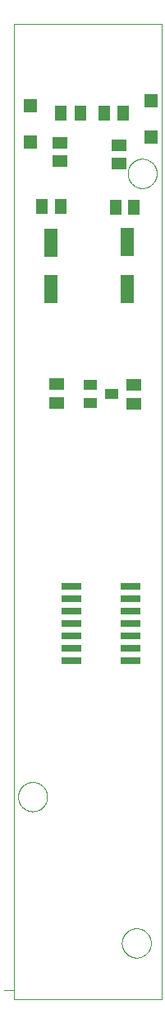
<source format=gbp>
G75*
%MOIN*%
%OFA0B0*%
%FSLAX25Y25*%
%IPPOS*%
%LPD*%
%AMOC8*
5,1,8,0,0,1.08239X$1,22.5*
%
%ADD10C,0.00000*%
%ADD11R,0.05512X0.11811*%
%ADD12R,0.05118X0.06299*%
%ADD13R,0.05118X0.05906*%
%ADD14R,0.05512X0.05512*%
%ADD15R,0.08000X0.02600*%
%ADD16R,0.05906X0.05118*%
%ADD17R,0.05512X0.03937*%
D10*
X0065737Y0017548D02*
X0069674Y0017548D01*
X0069713Y0013611D02*
X0069713Y0407312D01*
X0129713Y0407312D01*
X0129713Y0013611D01*
X0069713Y0013611D01*
X0071485Y0095501D02*
X0071487Y0095654D01*
X0071493Y0095808D01*
X0071503Y0095961D01*
X0071517Y0096113D01*
X0071535Y0096266D01*
X0071557Y0096417D01*
X0071582Y0096568D01*
X0071612Y0096719D01*
X0071646Y0096869D01*
X0071683Y0097017D01*
X0071724Y0097165D01*
X0071769Y0097311D01*
X0071818Y0097457D01*
X0071871Y0097601D01*
X0071927Y0097743D01*
X0071987Y0097884D01*
X0072051Y0098024D01*
X0072118Y0098162D01*
X0072189Y0098298D01*
X0072264Y0098432D01*
X0072341Y0098564D01*
X0072423Y0098694D01*
X0072507Y0098822D01*
X0072595Y0098948D01*
X0072686Y0099071D01*
X0072780Y0099192D01*
X0072878Y0099310D01*
X0072978Y0099426D01*
X0073082Y0099539D01*
X0073188Y0099650D01*
X0073297Y0099758D01*
X0073409Y0099863D01*
X0073523Y0099964D01*
X0073641Y0100063D01*
X0073760Y0100159D01*
X0073882Y0100252D01*
X0074007Y0100341D01*
X0074134Y0100428D01*
X0074263Y0100510D01*
X0074394Y0100590D01*
X0074527Y0100666D01*
X0074662Y0100739D01*
X0074799Y0100808D01*
X0074938Y0100873D01*
X0075078Y0100935D01*
X0075220Y0100993D01*
X0075363Y0101048D01*
X0075508Y0101099D01*
X0075654Y0101146D01*
X0075801Y0101189D01*
X0075949Y0101228D01*
X0076098Y0101264D01*
X0076248Y0101295D01*
X0076399Y0101323D01*
X0076550Y0101347D01*
X0076703Y0101367D01*
X0076855Y0101383D01*
X0077008Y0101395D01*
X0077161Y0101403D01*
X0077314Y0101407D01*
X0077468Y0101407D01*
X0077621Y0101403D01*
X0077774Y0101395D01*
X0077927Y0101383D01*
X0078079Y0101367D01*
X0078232Y0101347D01*
X0078383Y0101323D01*
X0078534Y0101295D01*
X0078684Y0101264D01*
X0078833Y0101228D01*
X0078981Y0101189D01*
X0079128Y0101146D01*
X0079274Y0101099D01*
X0079419Y0101048D01*
X0079562Y0100993D01*
X0079704Y0100935D01*
X0079844Y0100873D01*
X0079983Y0100808D01*
X0080120Y0100739D01*
X0080255Y0100666D01*
X0080388Y0100590D01*
X0080519Y0100510D01*
X0080648Y0100428D01*
X0080775Y0100341D01*
X0080900Y0100252D01*
X0081022Y0100159D01*
X0081141Y0100063D01*
X0081259Y0099964D01*
X0081373Y0099863D01*
X0081485Y0099758D01*
X0081594Y0099650D01*
X0081700Y0099539D01*
X0081804Y0099426D01*
X0081904Y0099310D01*
X0082002Y0099192D01*
X0082096Y0099071D01*
X0082187Y0098948D01*
X0082275Y0098822D01*
X0082359Y0098694D01*
X0082441Y0098564D01*
X0082518Y0098432D01*
X0082593Y0098298D01*
X0082664Y0098162D01*
X0082731Y0098024D01*
X0082795Y0097884D01*
X0082855Y0097743D01*
X0082911Y0097601D01*
X0082964Y0097457D01*
X0083013Y0097311D01*
X0083058Y0097165D01*
X0083099Y0097017D01*
X0083136Y0096869D01*
X0083170Y0096719D01*
X0083200Y0096568D01*
X0083225Y0096417D01*
X0083247Y0096266D01*
X0083265Y0096113D01*
X0083279Y0095961D01*
X0083289Y0095808D01*
X0083295Y0095654D01*
X0083297Y0095501D01*
X0083295Y0095348D01*
X0083289Y0095194D01*
X0083279Y0095041D01*
X0083265Y0094889D01*
X0083247Y0094736D01*
X0083225Y0094585D01*
X0083200Y0094434D01*
X0083170Y0094283D01*
X0083136Y0094133D01*
X0083099Y0093985D01*
X0083058Y0093837D01*
X0083013Y0093691D01*
X0082964Y0093545D01*
X0082911Y0093401D01*
X0082855Y0093259D01*
X0082795Y0093118D01*
X0082731Y0092978D01*
X0082664Y0092840D01*
X0082593Y0092704D01*
X0082518Y0092570D01*
X0082441Y0092438D01*
X0082359Y0092308D01*
X0082275Y0092180D01*
X0082187Y0092054D01*
X0082096Y0091931D01*
X0082002Y0091810D01*
X0081904Y0091692D01*
X0081804Y0091576D01*
X0081700Y0091463D01*
X0081594Y0091352D01*
X0081485Y0091244D01*
X0081373Y0091139D01*
X0081259Y0091038D01*
X0081141Y0090939D01*
X0081022Y0090843D01*
X0080900Y0090750D01*
X0080775Y0090661D01*
X0080648Y0090574D01*
X0080519Y0090492D01*
X0080388Y0090412D01*
X0080255Y0090336D01*
X0080120Y0090263D01*
X0079983Y0090194D01*
X0079844Y0090129D01*
X0079704Y0090067D01*
X0079562Y0090009D01*
X0079419Y0089954D01*
X0079274Y0089903D01*
X0079128Y0089856D01*
X0078981Y0089813D01*
X0078833Y0089774D01*
X0078684Y0089738D01*
X0078534Y0089707D01*
X0078383Y0089679D01*
X0078232Y0089655D01*
X0078079Y0089635D01*
X0077927Y0089619D01*
X0077774Y0089607D01*
X0077621Y0089599D01*
X0077468Y0089595D01*
X0077314Y0089595D01*
X0077161Y0089599D01*
X0077008Y0089607D01*
X0076855Y0089619D01*
X0076703Y0089635D01*
X0076550Y0089655D01*
X0076399Y0089679D01*
X0076248Y0089707D01*
X0076098Y0089738D01*
X0075949Y0089774D01*
X0075801Y0089813D01*
X0075654Y0089856D01*
X0075508Y0089903D01*
X0075363Y0089954D01*
X0075220Y0090009D01*
X0075078Y0090067D01*
X0074938Y0090129D01*
X0074799Y0090194D01*
X0074662Y0090263D01*
X0074527Y0090336D01*
X0074394Y0090412D01*
X0074263Y0090492D01*
X0074134Y0090574D01*
X0074007Y0090661D01*
X0073882Y0090750D01*
X0073760Y0090843D01*
X0073641Y0090939D01*
X0073523Y0091038D01*
X0073409Y0091139D01*
X0073297Y0091244D01*
X0073188Y0091352D01*
X0073082Y0091463D01*
X0072978Y0091576D01*
X0072878Y0091692D01*
X0072780Y0091810D01*
X0072686Y0091931D01*
X0072595Y0092054D01*
X0072507Y0092180D01*
X0072423Y0092308D01*
X0072341Y0092438D01*
X0072264Y0092570D01*
X0072189Y0092704D01*
X0072118Y0092840D01*
X0072051Y0092978D01*
X0071987Y0093118D01*
X0071927Y0093259D01*
X0071871Y0093401D01*
X0071818Y0093545D01*
X0071769Y0093691D01*
X0071724Y0093837D01*
X0071683Y0093985D01*
X0071646Y0094133D01*
X0071612Y0094283D01*
X0071582Y0094434D01*
X0071557Y0094585D01*
X0071535Y0094736D01*
X0071517Y0094889D01*
X0071503Y0095041D01*
X0071493Y0095194D01*
X0071487Y0095348D01*
X0071485Y0095501D01*
X0113611Y0036446D02*
X0113613Y0036599D01*
X0113619Y0036753D01*
X0113629Y0036906D01*
X0113643Y0037058D01*
X0113661Y0037211D01*
X0113683Y0037362D01*
X0113708Y0037513D01*
X0113738Y0037664D01*
X0113772Y0037814D01*
X0113809Y0037962D01*
X0113850Y0038110D01*
X0113895Y0038256D01*
X0113944Y0038402D01*
X0113997Y0038546D01*
X0114053Y0038688D01*
X0114113Y0038829D01*
X0114177Y0038969D01*
X0114244Y0039107D01*
X0114315Y0039243D01*
X0114390Y0039377D01*
X0114467Y0039509D01*
X0114549Y0039639D01*
X0114633Y0039767D01*
X0114721Y0039893D01*
X0114812Y0040016D01*
X0114906Y0040137D01*
X0115004Y0040255D01*
X0115104Y0040371D01*
X0115208Y0040484D01*
X0115314Y0040595D01*
X0115423Y0040703D01*
X0115535Y0040808D01*
X0115649Y0040909D01*
X0115767Y0041008D01*
X0115886Y0041104D01*
X0116008Y0041197D01*
X0116133Y0041286D01*
X0116260Y0041373D01*
X0116389Y0041455D01*
X0116520Y0041535D01*
X0116653Y0041611D01*
X0116788Y0041684D01*
X0116925Y0041753D01*
X0117064Y0041818D01*
X0117204Y0041880D01*
X0117346Y0041938D01*
X0117489Y0041993D01*
X0117634Y0042044D01*
X0117780Y0042091D01*
X0117927Y0042134D01*
X0118075Y0042173D01*
X0118224Y0042209D01*
X0118374Y0042240D01*
X0118525Y0042268D01*
X0118676Y0042292D01*
X0118829Y0042312D01*
X0118981Y0042328D01*
X0119134Y0042340D01*
X0119287Y0042348D01*
X0119440Y0042352D01*
X0119594Y0042352D01*
X0119747Y0042348D01*
X0119900Y0042340D01*
X0120053Y0042328D01*
X0120205Y0042312D01*
X0120358Y0042292D01*
X0120509Y0042268D01*
X0120660Y0042240D01*
X0120810Y0042209D01*
X0120959Y0042173D01*
X0121107Y0042134D01*
X0121254Y0042091D01*
X0121400Y0042044D01*
X0121545Y0041993D01*
X0121688Y0041938D01*
X0121830Y0041880D01*
X0121970Y0041818D01*
X0122109Y0041753D01*
X0122246Y0041684D01*
X0122381Y0041611D01*
X0122514Y0041535D01*
X0122645Y0041455D01*
X0122774Y0041373D01*
X0122901Y0041286D01*
X0123026Y0041197D01*
X0123148Y0041104D01*
X0123267Y0041008D01*
X0123385Y0040909D01*
X0123499Y0040808D01*
X0123611Y0040703D01*
X0123720Y0040595D01*
X0123826Y0040484D01*
X0123930Y0040371D01*
X0124030Y0040255D01*
X0124128Y0040137D01*
X0124222Y0040016D01*
X0124313Y0039893D01*
X0124401Y0039767D01*
X0124485Y0039639D01*
X0124567Y0039509D01*
X0124644Y0039377D01*
X0124719Y0039243D01*
X0124790Y0039107D01*
X0124857Y0038969D01*
X0124921Y0038829D01*
X0124981Y0038688D01*
X0125037Y0038546D01*
X0125090Y0038402D01*
X0125139Y0038256D01*
X0125184Y0038110D01*
X0125225Y0037962D01*
X0125262Y0037814D01*
X0125296Y0037664D01*
X0125326Y0037513D01*
X0125351Y0037362D01*
X0125373Y0037211D01*
X0125391Y0037058D01*
X0125405Y0036906D01*
X0125415Y0036753D01*
X0125421Y0036599D01*
X0125423Y0036446D01*
X0125421Y0036293D01*
X0125415Y0036139D01*
X0125405Y0035986D01*
X0125391Y0035834D01*
X0125373Y0035681D01*
X0125351Y0035530D01*
X0125326Y0035379D01*
X0125296Y0035228D01*
X0125262Y0035078D01*
X0125225Y0034930D01*
X0125184Y0034782D01*
X0125139Y0034636D01*
X0125090Y0034490D01*
X0125037Y0034346D01*
X0124981Y0034204D01*
X0124921Y0034063D01*
X0124857Y0033923D01*
X0124790Y0033785D01*
X0124719Y0033649D01*
X0124644Y0033515D01*
X0124567Y0033383D01*
X0124485Y0033253D01*
X0124401Y0033125D01*
X0124313Y0032999D01*
X0124222Y0032876D01*
X0124128Y0032755D01*
X0124030Y0032637D01*
X0123930Y0032521D01*
X0123826Y0032408D01*
X0123720Y0032297D01*
X0123611Y0032189D01*
X0123499Y0032084D01*
X0123385Y0031983D01*
X0123267Y0031884D01*
X0123148Y0031788D01*
X0123026Y0031695D01*
X0122901Y0031606D01*
X0122774Y0031519D01*
X0122645Y0031437D01*
X0122514Y0031357D01*
X0122381Y0031281D01*
X0122246Y0031208D01*
X0122109Y0031139D01*
X0121970Y0031074D01*
X0121830Y0031012D01*
X0121688Y0030954D01*
X0121545Y0030899D01*
X0121400Y0030848D01*
X0121254Y0030801D01*
X0121107Y0030758D01*
X0120959Y0030719D01*
X0120810Y0030683D01*
X0120660Y0030652D01*
X0120509Y0030624D01*
X0120358Y0030600D01*
X0120205Y0030580D01*
X0120053Y0030564D01*
X0119900Y0030552D01*
X0119747Y0030544D01*
X0119594Y0030540D01*
X0119440Y0030540D01*
X0119287Y0030544D01*
X0119134Y0030552D01*
X0118981Y0030564D01*
X0118829Y0030580D01*
X0118676Y0030600D01*
X0118525Y0030624D01*
X0118374Y0030652D01*
X0118224Y0030683D01*
X0118075Y0030719D01*
X0117927Y0030758D01*
X0117780Y0030801D01*
X0117634Y0030848D01*
X0117489Y0030899D01*
X0117346Y0030954D01*
X0117204Y0031012D01*
X0117064Y0031074D01*
X0116925Y0031139D01*
X0116788Y0031208D01*
X0116653Y0031281D01*
X0116520Y0031357D01*
X0116389Y0031437D01*
X0116260Y0031519D01*
X0116133Y0031606D01*
X0116008Y0031695D01*
X0115886Y0031788D01*
X0115767Y0031884D01*
X0115649Y0031983D01*
X0115535Y0032084D01*
X0115423Y0032189D01*
X0115314Y0032297D01*
X0115208Y0032408D01*
X0115104Y0032521D01*
X0115004Y0032637D01*
X0114906Y0032755D01*
X0114812Y0032876D01*
X0114721Y0032999D01*
X0114633Y0033125D01*
X0114549Y0033253D01*
X0114467Y0033383D01*
X0114390Y0033515D01*
X0114315Y0033649D01*
X0114244Y0033785D01*
X0114177Y0033923D01*
X0114113Y0034063D01*
X0114053Y0034204D01*
X0113997Y0034346D01*
X0113944Y0034490D01*
X0113895Y0034636D01*
X0113850Y0034782D01*
X0113809Y0034930D01*
X0113772Y0035078D01*
X0113738Y0035228D01*
X0113708Y0035379D01*
X0113683Y0035530D01*
X0113661Y0035681D01*
X0113643Y0035834D01*
X0113629Y0035986D01*
X0113619Y0036139D01*
X0113613Y0036293D01*
X0113611Y0036446D01*
X0115973Y0347076D02*
X0115975Y0347229D01*
X0115981Y0347383D01*
X0115991Y0347536D01*
X0116005Y0347688D01*
X0116023Y0347841D01*
X0116045Y0347992D01*
X0116070Y0348143D01*
X0116100Y0348294D01*
X0116134Y0348444D01*
X0116171Y0348592D01*
X0116212Y0348740D01*
X0116257Y0348886D01*
X0116306Y0349032D01*
X0116359Y0349176D01*
X0116415Y0349318D01*
X0116475Y0349459D01*
X0116539Y0349599D01*
X0116606Y0349737D01*
X0116677Y0349873D01*
X0116752Y0350007D01*
X0116829Y0350139D01*
X0116911Y0350269D01*
X0116995Y0350397D01*
X0117083Y0350523D01*
X0117174Y0350646D01*
X0117268Y0350767D01*
X0117366Y0350885D01*
X0117466Y0351001D01*
X0117570Y0351114D01*
X0117676Y0351225D01*
X0117785Y0351333D01*
X0117897Y0351438D01*
X0118011Y0351539D01*
X0118129Y0351638D01*
X0118248Y0351734D01*
X0118370Y0351827D01*
X0118495Y0351916D01*
X0118622Y0352003D01*
X0118751Y0352085D01*
X0118882Y0352165D01*
X0119015Y0352241D01*
X0119150Y0352314D01*
X0119287Y0352383D01*
X0119426Y0352448D01*
X0119566Y0352510D01*
X0119708Y0352568D01*
X0119851Y0352623D01*
X0119996Y0352674D01*
X0120142Y0352721D01*
X0120289Y0352764D01*
X0120437Y0352803D01*
X0120586Y0352839D01*
X0120736Y0352870D01*
X0120887Y0352898D01*
X0121038Y0352922D01*
X0121191Y0352942D01*
X0121343Y0352958D01*
X0121496Y0352970D01*
X0121649Y0352978D01*
X0121802Y0352982D01*
X0121956Y0352982D01*
X0122109Y0352978D01*
X0122262Y0352970D01*
X0122415Y0352958D01*
X0122567Y0352942D01*
X0122720Y0352922D01*
X0122871Y0352898D01*
X0123022Y0352870D01*
X0123172Y0352839D01*
X0123321Y0352803D01*
X0123469Y0352764D01*
X0123616Y0352721D01*
X0123762Y0352674D01*
X0123907Y0352623D01*
X0124050Y0352568D01*
X0124192Y0352510D01*
X0124332Y0352448D01*
X0124471Y0352383D01*
X0124608Y0352314D01*
X0124743Y0352241D01*
X0124876Y0352165D01*
X0125007Y0352085D01*
X0125136Y0352003D01*
X0125263Y0351916D01*
X0125388Y0351827D01*
X0125510Y0351734D01*
X0125629Y0351638D01*
X0125747Y0351539D01*
X0125861Y0351438D01*
X0125973Y0351333D01*
X0126082Y0351225D01*
X0126188Y0351114D01*
X0126292Y0351001D01*
X0126392Y0350885D01*
X0126490Y0350767D01*
X0126584Y0350646D01*
X0126675Y0350523D01*
X0126763Y0350397D01*
X0126847Y0350269D01*
X0126929Y0350139D01*
X0127006Y0350007D01*
X0127081Y0349873D01*
X0127152Y0349737D01*
X0127219Y0349599D01*
X0127283Y0349459D01*
X0127343Y0349318D01*
X0127399Y0349176D01*
X0127452Y0349032D01*
X0127501Y0348886D01*
X0127546Y0348740D01*
X0127587Y0348592D01*
X0127624Y0348444D01*
X0127658Y0348294D01*
X0127688Y0348143D01*
X0127713Y0347992D01*
X0127735Y0347841D01*
X0127753Y0347688D01*
X0127767Y0347536D01*
X0127777Y0347383D01*
X0127783Y0347229D01*
X0127785Y0347076D01*
X0127783Y0346923D01*
X0127777Y0346769D01*
X0127767Y0346616D01*
X0127753Y0346464D01*
X0127735Y0346311D01*
X0127713Y0346160D01*
X0127688Y0346009D01*
X0127658Y0345858D01*
X0127624Y0345708D01*
X0127587Y0345560D01*
X0127546Y0345412D01*
X0127501Y0345266D01*
X0127452Y0345120D01*
X0127399Y0344976D01*
X0127343Y0344834D01*
X0127283Y0344693D01*
X0127219Y0344553D01*
X0127152Y0344415D01*
X0127081Y0344279D01*
X0127006Y0344145D01*
X0126929Y0344013D01*
X0126847Y0343883D01*
X0126763Y0343755D01*
X0126675Y0343629D01*
X0126584Y0343506D01*
X0126490Y0343385D01*
X0126392Y0343267D01*
X0126292Y0343151D01*
X0126188Y0343038D01*
X0126082Y0342927D01*
X0125973Y0342819D01*
X0125861Y0342714D01*
X0125747Y0342613D01*
X0125629Y0342514D01*
X0125510Y0342418D01*
X0125388Y0342325D01*
X0125263Y0342236D01*
X0125136Y0342149D01*
X0125007Y0342067D01*
X0124876Y0341987D01*
X0124743Y0341911D01*
X0124608Y0341838D01*
X0124471Y0341769D01*
X0124332Y0341704D01*
X0124192Y0341642D01*
X0124050Y0341584D01*
X0123907Y0341529D01*
X0123762Y0341478D01*
X0123616Y0341431D01*
X0123469Y0341388D01*
X0123321Y0341349D01*
X0123172Y0341313D01*
X0123022Y0341282D01*
X0122871Y0341254D01*
X0122720Y0341230D01*
X0122567Y0341210D01*
X0122415Y0341194D01*
X0122262Y0341182D01*
X0122109Y0341174D01*
X0121956Y0341170D01*
X0121802Y0341170D01*
X0121649Y0341174D01*
X0121496Y0341182D01*
X0121343Y0341194D01*
X0121191Y0341210D01*
X0121038Y0341230D01*
X0120887Y0341254D01*
X0120736Y0341282D01*
X0120586Y0341313D01*
X0120437Y0341349D01*
X0120289Y0341388D01*
X0120142Y0341431D01*
X0119996Y0341478D01*
X0119851Y0341529D01*
X0119708Y0341584D01*
X0119566Y0341642D01*
X0119426Y0341704D01*
X0119287Y0341769D01*
X0119150Y0341838D01*
X0119015Y0341911D01*
X0118882Y0341987D01*
X0118751Y0342067D01*
X0118622Y0342149D01*
X0118495Y0342236D01*
X0118370Y0342325D01*
X0118248Y0342418D01*
X0118129Y0342514D01*
X0118011Y0342613D01*
X0117897Y0342714D01*
X0117785Y0342819D01*
X0117676Y0342927D01*
X0117570Y0343038D01*
X0117466Y0343151D01*
X0117366Y0343267D01*
X0117268Y0343385D01*
X0117174Y0343506D01*
X0117083Y0343629D01*
X0116995Y0343755D01*
X0116911Y0343883D01*
X0116829Y0344013D01*
X0116752Y0344145D01*
X0116677Y0344279D01*
X0116606Y0344415D01*
X0116539Y0344553D01*
X0116475Y0344693D01*
X0116415Y0344834D01*
X0116359Y0344976D01*
X0116306Y0345120D01*
X0116257Y0345266D01*
X0116212Y0345412D01*
X0116171Y0345560D01*
X0116134Y0345708D01*
X0116100Y0345858D01*
X0116070Y0346009D01*
X0116045Y0346160D01*
X0116023Y0346311D01*
X0116005Y0346464D01*
X0115991Y0346616D01*
X0115981Y0346769D01*
X0115975Y0346923D01*
X0115973Y0347076D01*
D11*
X0115658Y0319320D03*
X0115658Y0300422D03*
X0084674Y0300343D03*
X0084674Y0319241D03*
D12*
X0081013Y0333887D03*
X0088887Y0333887D03*
X0088808Y0371288D03*
X0096682Y0371288D03*
X0106367Y0371288D03*
X0114241Y0371288D03*
D13*
X0111091Y0333296D03*
X0118572Y0333296D03*
D14*
X0125619Y0361603D03*
X0125619Y0376564D03*
X0076406Y0374595D03*
X0076406Y0359635D03*
D15*
X0093046Y0180461D03*
X0093046Y0175461D03*
X0093046Y0170461D03*
X0093046Y0165461D03*
X0093046Y0160461D03*
X0093046Y0155461D03*
X0093046Y0150461D03*
X0117246Y0150461D03*
X0117246Y0155461D03*
X0117246Y0160461D03*
X0117246Y0165461D03*
X0117246Y0170461D03*
X0117246Y0175461D03*
X0117246Y0180461D03*
D16*
X0118335Y0254202D03*
X0118335Y0261682D03*
X0112627Y0351052D03*
X0112627Y0358532D03*
X0088611Y0359517D03*
X0088611Y0352036D03*
X0087036Y0261997D03*
X0087036Y0254517D03*
D17*
X0100816Y0254398D03*
X0100816Y0261879D03*
X0109477Y0258139D03*
M02*

</source>
